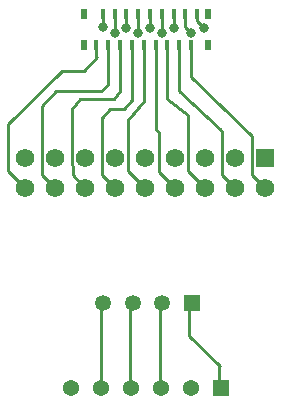
<source format=gtl>
%TF.GenerationSoftware,KiCad,Pcbnew,6.0.10-86aedd382b~118~ubuntu18.04.1*%
%TF.CreationDate,2023-06-08T12:44:11-07:00*%
%TF.ProjectId,1000027_V0,31303030-3032-4375-9f56-302e6b696361,rev?*%
%TF.SameCoordinates,Original*%
%TF.FileFunction,Copper,L1,Top*%
%TF.FilePolarity,Positive*%
%FSLAX46Y46*%
G04 Gerber Fmt 4.6, Leading zero omitted, Abs format (unit mm)*
G04 Created by KiCad (PCBNEW 6.0.10-86aedd382b~118~ubuntu18.04.1) date 2023-06-08 12:44:11*
%MOMM*%
%LPD*%
G01*
G04 APERTURE LIST*
%TA.AperFunction,ComponentPad*%
%ADD10R,1.370000X1.370000*%
%TD*%
%TA.AperFunction,ComponentPad*%
%ADD11C,1.370000*%
%TD*%
%TA.AperFunction,ComponentPad*%
%ADD12R,1.350000X1.350000*%
%TD*%
%TA.AperFunction,ComponentPad*%
%ADD13C,1.350000*%
%TD*%
%TA.AperFunction,ComponentPad*%
%ADD14R,1.575000X1.575000*%
%TD*%
%TA.AperFunction,ComponentPad*%
%ADD15C,1.575000*%
%TD*%
%TA.AperFunction,SMDPad,CuDef*%
%ADD16R,0.605600X0.832200*%
%TD*%
%TA.AperFunction,SMDPad,CuDef*%
%ADD17R,0.400000X0.850000*%
%TD*%
%TA.AperFunction,ViaPad*%
%ADD18C,0.800000*%
%TD*%
%TA.AperFunction,Conductor*%
%ADD19C,0.250000*%
%TD*%
G04 APERTURE END LIST*
D10*
%TO.P,J3,01,01*%
%TO.N,/GND*%
X155829000Y-106299000D03*
D11*
%TO.P,J3,02,02*%
%TO.N,unconnected-(J3-Pad02)*%
X153289000Y-106299000D03*
%TO.P,J3,03,03*%
%TO.N,/SCL*%
X150749000Y-106299000D03*
%TO.P,J3,04,04*%
%TO.N,/SDA*%
X148209000Y-106299000D03*
%TO.P,J3,05,05*%
%TO.N,/Vcc (3.3V)*%
X145669000Y-106299000D03*
%TO.P,J3,06,06*%
%TO.N,unconnected-(J3-Pad06)*%
X143129000Y-106299000D03*
%TD*%
D12*
%TO.P,J4,1,1*%
%TO.N,/GND*%
X153356000Y-99105800D03*
D13*
%TO.P,J4,2,2*%
%TO.N,/SCL*%
X150856000Y-99105800D03*
%TO.P,J4,3,3*%
%TO.N,/SDA*%
X148356000Y-99105800D03*
%TO.P,J4,4,4*%
%TO.N,/Vcc (3.3V)*%
X145856000Y-99105800D03*
%TD*%
D14*
%TO.P,J1,01,01*%
%TO.N,C1*%
X159530000Y-86778000D03*
D15*
%TO.P,J1,02,02*%
%TO.N,C2*%
X159530000Y-89318000D03*
%TO.P,J1,03,03*%
%TO.N,C3*%
X156990000Y-86778000D03*
%TO.P,J1,04,04*%
%TO.N,C4*%
X156990000Y-89318000D03*
%TO.P,J1,05,05*%
%TO.N,C5*%
X154450000Y-86778000D03*
%TO.P,J1,06,06*%
%TO.N,C6*%
X154450000Y-89318000D03*
%TO.P,J1,07,07*%
%TO.N,C7*%
X151910000Y-86778000D03*
%TO.P,J1,08,08*%
%TO.N,C8*%
X151910000Y-89318000D03*
%TO.P,J1,09,09*%
%TO.N,C9*%
X149370000Y-86778000D03*
%TO.P,J1,10,10*%
%TO.N,C10*%
X149370000Y-89318000D03*
%TO.P,J1,11,11*%
%TO.N,C11*%
X146830000Y-86778000D03*
%TO.P,J1,12,12*%
%TO.N,C12*%
X146830000Y-89318000D03*
%TO.P,J1,13,13*%
%TO.N,C13*%
X144290000Y-86778000D03*
%TO.P,J1,14,14*%
%TO.N,C14*%
X144290000Y-89318000D03*
%TO.P,J1,15,15*%
%TO.N,C15*%
X141750000Y-86778000D03*
%TO.P,J1,16,16*%
%TO.N,C16*%
X141750000Y-89318000D03*
%TO.P,J1,17,17*%
%TO.N,C17*%
X139210000Y-86778000D03*
%TO.P,J1,18,18*%
%TO.N,C18*%
X139210000Y-89318000D03*
%TD*%
D16*
%TO.P,J2, *%
%TO.N,N/C*%
X154741982Y-74614649D03*
X144251782Y-77281649D03*
X144251782Y-74614649D03*
X154741982Y-77281649D03*
D17*
%TO.P,J2,1,1*%
%TO.N,C1*%
X153806457Y-74638625D03*
%TO.P,J2,2,2*%
%TO.N,C2*%
X153268827Y-77265291D03*
%TO.P,J2,3,3*%
%TO.N,C3*%
X152800836Y-74641999D03*
%TO.P,J2,4,4*%
%TO.N,C4*%
X152268184Y-77265291D03*
%TO.P,J2,5,5*%
%TO.N,C5*%
X151806272Y-74645984D03*
%TO.P,J2,6,6*%
%TO.N,C6*%
X151280657Y-77274849D03*
%TO.P,J2,7,7*%
%TO.N,C7*%
X150795522Y-74645984D03*
%TO.P,J2,8,8*%
%TO.N,C8*%
X150272336Y-77274849D03*
%TO.P,J2,9,9*%
%TO.N,C9*%
X149809068Y-74645984D03*
%TO.P,J2,10,10*%
%TO.N,C10*%
X149272114Y-77270799D03*
%TO.P,J2,11,11*%
%TO.N,C11*%
X148804183Y-74639096D03*
%TO.P,J2,12,12*%
%TO.N,C12*%
X148267842Y-77274849D03*
%TO.P,J2,13,13*%
%TO.N,C13*%
X147796020Y-74639096D03*
%TO.P,J2,14,14*%
%TO.N,C14*%
X147261007Y-77269986D03*
%TO.P,J2,15,15*%
%TO.N,C15*%
X146800523Y-74648349D03*
%TO.P,J2,16,16*%
%TO.N,C16*%
X146269693Y-77275817D03*
%TO.P,J2,17,17*%
%TO.N,C17*%
X145801650Y-74648349D03*
%TO.P,J2,18,18*%
%TO.N,C18*%
X145271167Y-77275450D03*
%TD*%
D18*
%TO.N,C1*%
X154400000Y-75775000D03*
%TO.N,C3*%
X153275000Y-76225000D03*
%TO.N,C5*%
X151800000Y-75775000D03*
%TO.N,C7*%
X150825000Y-76225000D03*
%TO.N,C9*%
X149825000Y-75800000D03*
%TO.N,C11*%
X148825000Y-76225000D03*
%TO.N,C13*%
X147775000Y-75775000D03*
%TO.N,C15*%
X146800000Y-76200000D03*
%TO.N,C17*%
X145800000Y-75750000D03*
%TD*%
D19*
%TO.N,/GND*%
X155702000Y-104394000D02*
X155659500Y-104436500D01*
X155659500Y-104436500D02*
X155659500Y-105972000D01*
X153147000Y-101839000D02*
X155702000Y-104394000D01*
X153147000Y-99309800D02*
X153147000Y-101839000D01*
%TO.N,/SCL*%
X150647000Y-99309800D02*
X150647000Y-105904500D01*
X150647000Y-105904500D02*
X150579500Y-105972000D01*
%TO.N,/SDA*%
X148147000Y-105864500D02*
X148039500Y-105972000D01*
X148147000Y-99309800D02*
X148147000Y-105864500D01*
%TO.N,/Vcc (3.3V)*%
X145647000Y-105824500D02*
X145499500Y-105972000D01*
X145647000Y-99309800D02*
X145647000Y-105824500D01*
%TO.N,C1*%
X153806457Y-74638625D02*
X153806457Y-75181457D01*
X153806457Y-75181457D02*
X154400000Y-75775000D01*
%TO.N,C2*%
X153275000Y-79950000D02*
X153268827Y-77265291D01*
X158417500Y-84963000D02*
X153275000Y-79950000D01*
X158417500Y-88205500D02*
X158417500Y-84963000D01*
X159530000Y-89318000D02*
X158417500Y-88205500D01*
%TO.N,C3*%
X152800836Y-74641999D02*
X152800836Y-75750836D01*
X152800836Y-75750836D02*
X153275000Y-76225000D01*
%TO.N,C4*%
X155850000Y-84475000D02*
X152268184Y-81093184D01*
X155877500Y-88205500D02*
X155877500Y-84503500D01*
X152268184Y-81093184D02*
X152268184Y-77265291D01*
X156990000Y-89318000D02*
X155877500Y-88205500D01*
%TO.N,C5*%
X151806272Y-75768728D02*
X151800000Y-75775000D01*
X151806272Y-74645984D02*
X151806272Y-75768728D01*
%TO.N,C6*%
X153022500Y-83172500D02*
X151275000Y-81800000D01*
X154450000Y-89318000D02*
X153022500Y-87890500D01*
X153022500Y-87890500D02*
X153022500Y-83172500D01*
X151275000Y-81800000D02*
X151280657Y-77274849D01*
%TO.N,C7*%
X150795522Y-74645984D02*
X150825000Y-76225000D01*
%TO.N,C8*%
X150272336Y-84347336D02*
X150272336Y-77274849D01*
X151910000Y-89318000D02*
X150600000Y-88008000D01*
X150600000Y-84675000D02*
X150272336Y-84347336D01*
X150600000Y-88008000D02*
X150600000Y-84675000D01*
%TO.N,C9*%
X149809068Y-74645984D02*
X149825000Y-75800000D01*
%TO.N,C10*%
X147942500Y-83578500D02*
X149275000Y-81975000D01*
X149370000Y-89318000D02*
X147942500Y-87890500D01*
X149275000Y-81975000D02*
X149272114Y-77270799D01*
X147942500Y-87890500D02*
X147942500Y-83578500D01*
%TO.N,C11*%
X148825000Y-76225000D02*
X148804183Y-74639096D01*
%TO.N,C12*%
X145717500Y-88205500D02*
X145717500Y-83390500D01*
X147574000Y-82677000D02*
X148250000Y-81875000D01*
X146431000Y-82677000D02*
X147574000Y-82677000D01*
X146830000Y-89318000D02*
X145717500Y-88205500D01*
X145717500Y-83390500D02*
X146431000Y-82677000D01*
X148250000Y-81875000D02*
X148267842Y-77274849D01*
%TO.N,C13*%
X147796020Y-74639096D02*
X147775000Y-75775000D01*
%TO.N,C14*%
X144290000Y-89318000D02*
X143256000Y-88284000D01*
X143900000Y-81775000D02*
X146775000Y-81775000D01*
X143256000Y-88284000D02*
X143256000Y-87503000D01*
X143256000Y-87503000D02*
X143177500Y-87424500D01*
X143177500Y-87424500D02*
X143177500Y-82628500D01*
X146775000Y-81775000D02*
X147275000Y-81125000D01*
X147275000Y-81125000D02*
X147261007Y-77269986D01*
X143177500Y-82628500D02*
X143900000Y-81775000D01*
%TO.N,C15*%
X146800523Y-74648349D02*
X146800523Y-76199477D01*
X146800523Y-76199477D02*
X146800000Y-76200000D01*
%TO.N,C16*%
X141750000Y-89318000D02*
X140637500Y-88205500D01*
X141859000Y-81153000D02*
X145669000Y-81153000D01*
X140637500Y-82374500D02*
X141859000Y-81153000D01*
X145669000Y-81153000D02*
X146275000Y-80625000D01*
X140637500Y-88205500D02*
X140637500Y-82374500D01*
X146275000Y-80625000D02*
X146269693Y-77275817D01*
%TO.N,C17*%
X145801650Y-74648349D02*
X145801650Y-75748350D01*
X145801650Y-75748350D02*
X145800000Y-75750000D01*
%TO.N,C18*%
X142350000Y-79400000D02*
X144225000Y-79400000D01*
X145271167Y-78221167D02*
X145271167Y-77275450D01*
X137795000Y-83955000D02*
X142350000Y-79400000D01*
X144200000Y-79400000D02*
X145275000Y-78225000D01*
X139210000Y-89318000D02*
X137795000Y-87903000D01*
X137795000Y-87903000D02*
X137795000Y-83955000D01*
%TD*%
M02*

</source>
